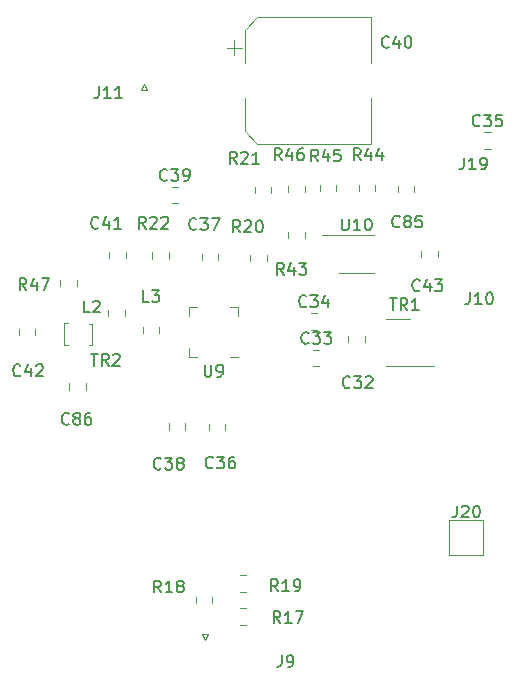
<source format=gbr>
G04 #@! TF.GenerationSoftware,KiCad,Pcbnew,5.1.5-52549c5~84~ubuntu18.04.1*
G04 #@! TF.CreationDate,2020-05-02T14:22:08+09:30*
G04 #@! TF.ProjectId,FirstMixer,46697273-744d-4697-9865-722e6b696361,rev?*
G04 #@! TF.SameCoordinates,Original*
G04 #@! TF.FileFunction,Legend,Top*
G04 #@! TF.FilePolarity,Positive*
%FSLAX46Y46*%
G04 Gerber Fmt 4.6, Leading zero omitted, Abs format (unit mm)*
G04 Created by KiCad (PCBNEW 5.1.5-52549c5~84~ubuntu18.04.1) date 2020-05-02 14:22:08*
%MOMM*%
%LPD*%
G04 APERTURE LIST*
%ADD10C,0.120000*%
%ADD11C,0.150000*%
G04 APERTURE END LIST*
D10*
X124090000Y-137586252D02*
X124090000Y-137063748D01*
X125510000Y-137586252D02*
X125510000Y-137063748D01*
X121138748Y-138190000D02*
X121661252Y-138190000D01*
X121138748Y-139610000D02*
X121661252Y-139610000D01*
X120938748Y-136510000D02*
X121461252Y-136510000D01*
X120938748Y-135090000D02*
X121461252Y-135090000D01*
X135638748Y-119790000D02*
X136161252Y-119790000D01*
X135638748Y-121210000D02*
X136161252Y-121210000D01*
X113710000Y-144986252D02*
X113710000Y-144463748D01*
X112290000Y-144986252D02*
X112290000Y-144463748D01*
X113110000Y-130636252D02*
X113110000Y-130113748D01*
X111690000Y-130636252D02*
X111690000Y-130113748D01*
X108890000Y-144961252D02*
X108890000Y-144438748D01*
X110310000Y-144961252D02*
X110310000Y-144438748D01*
X109163748Y-125810000D02*
X109686252Y-125810000D01*
X109163748Y-124390000D02*
X109686252Y-124390000D01*
X114475000Y-112015000D02*
X114475000Y-113265000D01*
X113850000Y-112640000D02*
X115100000Y-112640000D01*
X115340000Y-119695563D02*
X116404437Y-120760000D01*
X115340000Y-111104437D02*
X116404437Y-110040000D01*
X115340000Y-111104437D02*
X115340000Y-113890000D01*
X115340000Y-119695563D02*
X115340000Y-116910000D01*
X116404437Y-120760000D02*
X126060000Y-120760000D01*
X116404437Y-110040000D02*
X126060000Y-110040000D01*
X126060000Y-110040000D02*
X126060000Y-113890000D01*
X126060000Y-120760000D02*
X126060000Y-116910000D01*
X103890000Y-130436252D02*
X103890000Y-129913748D01*
X105310000Y-130436252D02*
X105310000Y-129913748D01*
X96190000Y-136438748D02*
X96190000Y-136961252D01*
X97610000Y-136438748D02*
X97610000Y-136961252D01*
X130290000Y-129838748D02*
X130290000Y-130361252D01*
X131710000Y-129838748D02*
X131710000Y-130361252D01*
X129710000Y-124338748D02*
X129710000Y-124861252D01*
X128290000Y-124338748D02*
X128290000Y-124861252D01*
X100490000Y-141063748D02*
X100490000Y-141586252D01*
X101910000Y-141063748D02*
X101910000Y-141586252D01*
X112250000Y-162300000D02*
X112000000Y-162800000D01*
X111750000Y-162300000D02*
X112250000Y-162300000D01*
X112000000Y-162800000D02*
X111750000Y-162300000D01*
X107050000Y-116210000D02*
X106800000Y-115710000D01*
X106550000Y-116210000D02*
X107050000Y-116210000D01*
X106800000Y-115710000D02*
X106550000Y-116210000D01*
X106690000Y-136761252D02*
X106690000Y-136238748D01*
X108110000Y-136761252D02*
X108110000Y-136238748D01*
X105210000Y-134813748D02*
X105210000Y-135336252D01*
X103790000Y-134813748D02*
X103790000Y-135336252D01*
X114963748Y-161510000D02*
X115486252Y-161510000D01*
X114963748Y-160090000D02*
X115486252Y-160090000D01*
X112610000Y-159138748D02*
X112610000Y-159661252D01*
X111190000Y-159138748D02*
X111190000Y-159661252D01*
X114963748Y-158710000D02*
X115486252Y-158710000D01*
X114963748Y-157290000D02*
X115486252Y-157290000D01*
X117210000Y-130686252D02*
X117210000Y-130163748D01*
X115790000Y-130686252D02*
X115790000Y-130163748D01*
X117610000Y-124413748D02*
X117610000Y-124936252D01*
X116190000Y-124413748D02*
X116190000Y-124936252D01*
X107490000Y-130486252D02*
X107490000Y-129963748D01*
X108910000Y-130486252D02*
X108910000Y-129963748D01*
X118990000Y-128263748D02*
X118990000Y-128786252D01*
X120410000Y-128263748D02*
X120410000Y-128786252D01*
X124990000Y-124786252D02*
X124990000Y-124263748D01*
X126410000Y-124786252D02*
X126410000Y-124263748D01*
X121690000Y-124263748D02*
X121690000Y-124786252D01*
X123110000Y-124263748D02*
X123110000Y-124786252D01*
X120410000Y-124338748D02*
X120410000Y-124861252D01*
X118990000Y-124338748D02*
X118990000Y-124861252D01*
X101110000Y-132313748D02*
X101110000Y-132836252D01*
X99690000Y-132313748D02*
X99690000Y-132836252D01*
X129300000Y-135585000D02*
X127270000Y-135585000D01*
X131330000Y-139615000D02*
X127270000Y-139615000D01*
X102450000Y-136000000D02*
X102150000Y-136000000D01*
X102450000Y-137800000D02*
X102450000Y-136000000D01*
X102150000Y-137800000D02*
X102450000Y-137800000D01*
X100300000Y-137800000D02*
X100350000Y-137800000D01*
X100000000Y-137800000D02*
X100300000Y-137800000D01*
X100050000Y-135950000D02*
X100000000Y-137800000D01*
X100350000Y-135950000D02*
X100050000Y-135950000D01*
X111315000Y-138810000D02*
X110590000Y-138810000D01*
X110590000Y-138810000D02*
X110590000Y-138085000D01*
X114085000Y-134590000D02*
X114810000Y-134590000D01*
X114810000Y-134590000D02*
X114810000Y-135315000D01*
X111315000Y-134590000D02*
X110590000Y-134590000D01*
X110590000Y-134590000D02*
X110590000Y-135315000D01*
X114085000Y-138810000D02*
X114810000Y-138810000D01*
X124800000Y-131710000D02*
X126300000Y-131710000D01*
X124800000Y-131710000D02*
X123300000Y-131710000D01*
X124800000Y-128490000D02*
X126300000Y-128490000D01*
X124800000Y-128490000D02*
X121925000Y-128490000D01*
X132650000Y-152650000D02*
X135550000Y-152650000D01*
X135550000Y-152650000D02*
X135550000Y-155550000D01*
X135550000Y-155550000D02*
X132650000Y-155550000D01*
X132650000Y-155550000D02*
X132650000Y-152650000D01*
D11*
X124257142Y-141357142D02*
X124209523Y-141404761D01*
X124066666Y-141452380D01*
X123971428Y-141452380D01*
X123828571Y-141404761D01*
X123733333Y-141309523D01*
X123685714Y-141214285D01*
X123638095Y-141023809D01*
X123638095Y-140880952D01*
X123685714Y-140690476D01*
X123733333Y-140595238D01*
X123828571Y-140500000D01*
X123971428Y-140452380D01*
X124066666Y-140452380D01*
X124209523Y-140500000D01*
X124257142Y-140547619D01*
X124590476Y-140452380D02*
X125209523Y-140452380D01*
X124876190Y-140833333D01*
X125019047Y-140833333D01*
X125114285Y-140880952D01*
X125161904Y-140928571D01*
X125209523Y-141023809D01*
X125209523Y-141261904D01*
X125161904Y-141357142D01*
X125114285Y-141404761D01*
X125019047Y-141452380D01*
X124733333Y-141452380D01*
X124638095Y-141404761D01*
X124590476Y-141357142D01*
X125590476Y-140547619D02*
X125638095Y-140500000D01*
X125733333Y-140452380D01*
X125971428Y-140452380D01*
X126066666Y-140500000D01*
X126114285Y-140547619D01*
X126161904Y-140642857D01*
X126161904Y-140738095D01*
X126114285Y-140880952D01*
X125542857Y-141452380D01*
X126161904Y-141452380D01*
X120757142Y-137607142D02*
X120709523Y-137654761D01*
X120566666Y-137702380D01*
X120471428Y-137702380D01*
X120328571Y-137654761D01*
X120233333Y-137559523D01*
X120185714Y-137464285D01*
X120138095Y-137273809D01*
X120138095Y-137130952D01*
X120185714Y-136940476D01*
X120233333Y-136845238D01*
X120328571Y-136750000D01*
X120471428Y-136702380D01*
X120566666Y-136702380D01*
X120709523Y-136750000D01*
X120757142Y-136797619D01*
X121090476Y-136702380D02*
X121709523Y-136702380D01*
X121376190Y-137083333D01*
X121519047Y-137083333D01*
X121614285Y-137130952D01*
X121661904Y-137178571D01*
X121709523Y-137273809D01*
X121709523Y-137511904D01*
X121661904Y-137607142D01*
X121614285Y-137654761D01*
X121519047Y-137702380D01*
X121233333Y-137702380D01*
X121138095Y-137654761D01*
X121090476Y-137607142D01*
X122042857Y-136702380D02*
X122661904Y-136702380D01*
X122328571Y-137083333D01*
X122471428Y-137083333D01*
X122566666Y-137130952D01*
X122614285Y-137178571D01*
X122661904Y-137273809D01*
X122661904Y-137511904D01*
X122614285Y-137607142D01*
X122566666Y-137654761D01*
X122471428Y-137702380D01*
X122185714Y-137702380D01*
X122090476Y-137654761D01*
X122042857Y-137607142D01*
X120557142Y-134507142D02*
X120509523Y-134554761D01*
X120366666Y-134602380D01*
X120271428Y-134602380D01*
X120128571Y-134554761D01*
X120033333Y-134459523D01*
X119985714Y-134364285D01*
X119938095Y-134173809D01*
X119938095Y-134030952D01*
X119985714Y-133840476D01*
X120033333Y-133745238D01*
X120128571Y-133650000D01*
X120271428Y-133602380D01*
X120366666Y-133602380D01*
X120509523Y-133650000D01*
X120557142Y-133697619D01*
X120890476Y-133602380D02*
X121509523Y-133602380D01*
X121176190Y-133983333D01*
X121319047Y-133983333D01*
X121414285Y-134030952D01*
X121461904Y-134078571D01*
X121509523Y-134173809D01*
X121509523Y-134411904D01*
X121461904Y-134507142D01*
X121414285Y-134554761D01*
X121319047Y-134602380D01*
X121033333Y-134602380D01*
X120938095Y-134554761D01*
X120890476Y-134507142D01*
X122366666Y-133935714D02*
X122366666Y-134602380D01*
X122128571Y-133554761D02*
X121890476Y-134269047D01*
X122509523Y-134269047D01*
X135257142Y-119207142D02*
X135209523Y-119254761D01*
X135066666Y-119302380D01*
X134971428Y-119302380D01*
X134828571Y-119254761D01*
X134733333Y-119159523D01*
X134685714Y-119064285D01*
X134638095Y-118873809D01*
X134638095Y-118730952D01*
X134685714Y-118540476D01*
X134733333Y-118445238D01*
X134828571Y-118350000D01*
X134971428Y-118302380D01*
X135066666Y-118302380D01*
X135209523Y-118350000D01*
X135257142Y-118397619D01*
X135590476Y-118302380D02*
X136209523Y-118302380D01*
X135876190Y-118683333D01*
X136019047Y-118683333D01*
X136114285Y-118730952D01*
X136161904Y-118778571D01*
X136209523Y-118873809D01*
X136209523Y-119111904D01*
X136161904Y-119207142D01*
X136114285Y-119254761D01*
X136019047Y-119302380D01*
X135733333Y-119302380D01*
X135638095Y-119254761D01*
X135590476Y-119207142D01*
X137114285Y-118302380D02*
X136638095Y-118302380D01*
X136590476Y-118778571D01*
X136638095Y-118730952D01*
X136733333Y-118683333D01*
X136971428Y-118683333D01*
X137066666Y-118730952D01*
X137114285Y-118778571D01*
X137161904Y-118873809D01*
X137161904Y-119111904D01*
X137114285Y-119207142D01*
X137066666Y-119254761D01*
X136971428Y-119302380D01*
X136733333Y-119302380D01*
X136638095Y-119254761D01*
X136590476Y-119207142D01*
X112657142Y-148157142D02*
X112609523Y-148204761D01*
X112466666Y-148252380D01*
X112371428Y-148252380D01*
X112228571Y-148204761D01*
X112133333Y-148109523D01*
X112085714Y-148014285D01*
X112038095Y-147823809D01*
X112038095Y-147680952D01*
X112085714Y-147490476D01*
X112133333Y-147395238D01*
X112228571Y-147300000D01*
X112371428Y-147252380D01*
X112466666Y-147252380D01*
X112609523Y-147300000D01*
X112657142Y-147347619D01*
X112990476Y-147252380D02*
X113609523Y-147252380D01*
X113276190Y-147633333D01*
X113419047Y-147633333D01*
X113514285Y-147680952D01*
X113561904Y-147728571D01*
X113609523Y-147823809D01*
X113609523Y-148061904D01*
X113561904Y-148157142D01*
X113514285Y-148204761D01*
X113419047Y-148252380D01*
X113133333Y-148252380D01*
X113038095Y-148204761D01*
X112990476Y-148157142D01*
X114466666Y-147252380D02*
X114276190Y-147252380D01*
X114180952Y-147300000D01*
X114133333Y-147347619D01*
X114038095Y-147490476D01*
X113990476Y-147680952D01*
X113990476Y-148061904D01*
X114038095Y-148157142D01*
X114085714Y-148204761D01*
X114180952Y-148252380D01*
X114371428Y-148252380D01*
X114466666Y-148204761D01*
X114514285Y-148157142D01*
X114561904Y-148061904D01*
X114561904Y-147823809D01*
X114514285Y-147728571D01*
X114466666Y-147680952D01*
X114371428Y-147633333D01*
X114180952Y-147633333D01*
X114085714Y-147680952D01*
X114038095Y-147728571D01*
X113990476Y-147823809D01*
X111257142Y-127957142D02*
X111209523Y-128004761D01*
X111066666Y-128052380D01*
X110971428Y-128052380D01*
X110828571Y-128004761D01*
X110733333Y-127909523D01*
X110685714Y-127814285D01*
X110638095Y-127623809D01*
X110638095Y-127480952D01*
X110685714Y-127290476D01*
X110733333Y-127195238D01*
X110828571Y-127100000D01*
X110971428Y-127052380D01*
X111066666Y-127052380D01*
X111209523Y-127100000D01*
X111257142Y-127147619D01*
X111590476Y-127052380D02*
X112209523Y-127052380D01*
X111876190Y-127433333D01*
X112019047Y-127433333D01*
X112114285Y-127480952D01*
X112161904Y-127528571D01*
X112209523Y-127623809D01*
X112209523Y-127861904D01*
X112161904Y-127957142D01*
X112114285Y-128004761D01*
X112019047Y-128052380D01*
X111733333Y-128052380D01*
X111638095Y-128004761D01*
X111590476Y-127957142D01*
X112542857Y-127052380D02*
X113209523Y-127052380D01*
X112780952Y-128052380D01*
X108257142Y-148257142D02*
X108209523Y-148304761D01*
X108066666Y-148352380D01*
X107971428Y-148352380D01*
X107828571Y-148304761D01*
X107733333Y-148209523D01*
X107685714Y-148114285D01*
X107638095Y-147923809D01*
X107638095Y-147780952D01*
X107685714Y-147590476D01*
X107733333Y-147495238D01*
X107828571Y-147400000D01*
X107971428Y-147352380D01*
X108066666Y-147352380D01*
X108209523Y-147400000D01*
X108257142Y-147447619D01*
X108590476Y-147352380D02*
X109209523Y-147352380D01*
X108876190Y-147733333D01*
X109019047Y-147733333D01*
X109114285Y-147780952D01*
X109161904Y-147828571D01*
X109209523Y-147923809D01*
X109209523Y-148161904D01*
X109161904Y-148257142D01*
X109114285Y-148304761D01*
X109019047Y-148352380D01*
X108733333Y-148352380D01*
X108638095Y-148304761D01*
X108590476Y-148257142D01*
X109780952Y-147780952D02*
X109685714Y-147733333D01*
X109638095Y-147685714D01*
X109590476Y-147590476D01*
X109590476Y-147542857D01*
X109638095Y-147447619D01*
X109685714Y-147400000D01*
X109780952Y-147352380D01*
X109971428Y-147352380D01*
X110066666Y-147400000D01*
X110114285Y-147447619D01*
X110161904Y-147542857D01*
X110161904Y-147590476D01*
X110114285Y-147685714D01*
X110066666Y-147733333D01*
X109971428Y-147780952D01*
X109780952Y-147780952D01*
X109685714Y-147828571D01*
X109638095Y-147876190D01*
X109590476Y-147971428D01*
X109590476Y-148161904D01*
X109638095Y-148257142D01*
X109685714Y-148304761D01*
X109780952Y-148352380D01*
X109971428Y-148352380D01*
X110066666Y-148304761D01*
X110114285Y-148257142D01*
X110161904Y-148161904D01*
X110161904Y-147971428D01*
X110114285Y-147876190D01*
X110066666Y-147828571D01*
X109971428Y-147780952D01*
X108782142Y-123807142D02*
X108734523Y-123854761D01*
X108591666Y-123902380D01*
X108496428Y-123902380D01*
X108353571Y-123854761D01*
X108258333Y-123759523D01*
X108210714Y-123664285D01*
X108163095Y-123473809D01*
X108163095Y-123330952D01*
X108210714Y-123140476D01*
X108258333Y-123045238D01*
X108353571Y-122950000D01*
X108496428Y-122902380D01*
X108591666Y-122902380D01*
X108734523Y-122950000D01*
X108782142Y-122997619D01*
X109115476Y-122902380D02*
X109734523Y-122902380D01*
X109401190Y-123283333D01*
X109544047Y-123283333D01*
X109639285Y-123330952D01*
X109686904Y-123378571D01*
X109734523Y-123473809D01*
X109734523Y-123711904D01*
X109686904Y-123807142D01*
X109639285Y-123854761D01*
X109544047Y-123902380D01*
X109258333Y-123902380D01*
X109163095Y-123854761D01*
X109115476Y-123807142D01*
X110210714Y-123902380D02*
X110401190Y-123902380D01*
X110496428Y-123854761D01*
X110544047Y-123807142D01*
X110639285Y-123664285D01*
X110686904Y-123473809D01*
X110686904Y-123092857D01*
X110639285Y-122997619D01*
X110591666Y-122950000D01*
X110496428Y-122902380D01*
X110305952Y-122902380D01*
X110210714Y-122950000D01*
X110163095Y-122997619D01*
X110115476Y-123092857D01*
X110115476Y-123330952D01*
X110163095Y-123426190D01*
X110210714Y-123473809D01*
X110305952Y-123521428D01*
X110496428Y-123521428D01*
X110591666Y-123473809D01*
X110639285Y-123426190D01*
X110686904Y-123330952D01*
X127557142Y-112557142D02*
X127509523Y-112604761D01*
X127366666Y-112652380D01*
X127271428Y-112652380D01*
X127128571Y-112604761D01*
X127033333Y-112509523D01*
X126985714Y-112414285D01*
X126938095Y-112223809D01*
X126938095Y-112080952D01*
X126985714Y-111890476D01*
X127033333Y-111795238D01*
X127128571Y-111700000D01*
X127271428Y-111652380D01*
X127366666Y-111652380D01*
X127509523Y-111700000D01*
X127557142Y-111747619D01*
X128414285Y-111985714D02*
X128414285Y-112652380D01*
X128176190Y-111604761D02*
X127938095Y-112319047D01*
X128557142Y-112319047D01*
X129128571Y-111652380D02*
X129223809Y-111652380D01*
X129319047Y-111700000D01*
X129366666Y-111747619D01*
X129414285Y-111842857D01*
X129461904Y-112033333D01*
X129461904Y-112271428D01*
X129414285Y-112461904D01*
X129366666Y-112557142D01*
X129319047Y-112604761D01*
X129223809Y-112652380D01*
X129128571Y-112652380D01*
X129033333Y-112604761D01*
X128985714Y-112557142D01*
X128938095Y-112461904D01*
X128890476Y-112271428D01*
X128890476Y-112033333D01*
X128938095Y-111842857D01*
X128985714Y-111747619D01*
X129033333Y-111700000D01*
X129128571Y-111652380D01*
X102957142Y-127857142D02*
X102909523Y-127904761D01*
X102766666Y-127952380D01*
X102671428Y-127952380D01*
X102528571Y-127904761D01*
X102433333Y-127809523D01*
X102385714Y-127714285D01*
X102338095Y-127523809D01*
X102338095Y-127380952D01*
X102385714Y-127190476D01*
X102433333Y-127095238D01*
X102528571Y-127000000D01*
X102671428Y-126952380D01*
X102766666Y-126952380D01*
X102909523Y-127000000D01*
X102957142Y-127047619D01*
X103814285Y-127285714D02*
X103814285Y-127952380D01*
X103576190Y-126904761D02*
X103338095Y-127619047D01*
X103957142Y-127619047D01*
X104861904Y-127952380D02*
X104290476Y-127952380D01*
X104576190Y-127952380D02*
X104576190Y-126952380D01*
X104480952Y-127095238D01*
X104385714Y-127190476D01*
X104290476Y-127238095D01*
X96357142Y-140357142D02*
X96309523Y-140404761D01*
X96166666Y-140452380D01*
X96071428Y-140452380D01*
X95928571Y-140404761D01*
X95833333Y-140309523D01*
X95785714Y-140214285D01*
X95738095Y-140023809D01*
X95738095Y-139880952D01*
X95785714Y-139690476D01*
X95833333Y-139595238D01*
X95928571Y-139500000D01*
X96071428Y-139452380D01*
X96166666Y-139452380D01*
X96309523Y-139500000D01*
X96357142Y-139547619D01*
X97214285Y-139785714D02*
X97214285Y-140452380D01*
X96976190Y-139404761D02*
X96738095Y-140119047D01*
X97357142Y-140119047D01*
X97690476Y-139547619D02*
X97738095Y-139500000D01*
X97833333Y-139452380D01*
X98071428Y-139452380D01*
X98166666Y-139500000D01*
X98214285Y-139547619D01*
X98261904Y-139642857D01*
X98261904Y-139738095D01*
X98214285Y-139880952D01*
X97642857Y-140452380D01*
X98261904Y-140452380D01*
X130157142Y-133157142D02*
X130109523Y-133204761D01*
X129966666Y-133252380D01*
X129871428Y-133252380D01*
X129728571Y-133204761D01*
X129633333Y-133109523D01*
X129585714Y-133014285D01*
X129538095Y-132823809D01*
X129538095Y-132680952D01*
X129585714Y-132490476D01*
X129633333Y-132395238D01*
X129728571Y-132300000D01*
X129871428Y-132252380D01*
X129966666Y-132252380D01*
X130109523Y-132300000D01*
X130157142Y-132347619D01*
X131014285Y-132585714D02*
X131014285Y-133252380D01*
X130776190Y-132204761D02*
X130538095Y-132919047D01*
X131157142Y-132919047D01*
X131442857Y-132252380D02*
X132061904Y-132252380D01*
X131728571Y-132633333D01*
X131871428Y-132633333D01*
X131966666Y-132680952D01*
X132014285Y-132728571D01*
X132061904Y-132823809D01*
X132061904Y-133061904D01*
X132014285Y-133157142D01*
X131966666Y-133204761D01*
X131871428Y-133252380D01*
X131585714Y-133252380D01*
X131490476Y-133204761D01*
X131442857Y-133157142D01*
X128457142Y-127757142D02*
X128409523Y-127804761D01*
X128266666Y-127852380D01*
X128171428Y-127852380D01*
X128028571Y-127804761D01*
X127933333Y-127709523D01*
X127885714Y-127614285D01*
X127838095Y-127423809D01*
X127838095Y-127280952D01*
X127885714Y-127090476D01*
X127933333Y-126995238D01*
X128028571Y-126900000D01*
X128171428Y-126852380D01*
X128266666Y-126852380D01*
X128409523Y-126900000D01*
X128457142Y-126947619D01*
X129028571Y-127280952D02*
X128933333Y-127233333D01*
X128885714Y-127185714D01*
X128838095Y-127090476D01*
X128838095Y-127042857D01*
X128885714Y-126947619D01*
X128933333Y-126900000D01*
X129028571Y-126852380D01*
X129219047Y-126852380D01*
X129314285Y-126900000D01*
X129361904Y-126947619D01*
X129409523Y-127042857D01*
X129409523Y-127090476D01*
X129361904Y-127185714D01*
X129314285Y-127233333D01*
X129219047Y-127280952D01*
X129028571Y-127280952D01*
X128933333Y-127328571D01*
X128885714Y-127376190D01*
X128838095Y-127471428D01*
X128838095Y-127661904D01*
X128885714Y-127757142D01*
X128933333Y-127804761D01*
X129028571Y-127852380D01*
X129219047Y-127852380D01*
X129314285Y-127804761D01*
X129361904Y-127757142D01*
X129409523Y-127661904D01*
X129409523Y-127471428D01*
X129361904Y-127376190D01*
X129314285Y-127328571D01*
X129219047Y-127280952D01*
X130314285Y-126852380D02*
X129838095Y-126852380D01*
X129790476Y-127328571D01*
X129838095Y-127280952D01*
X129933333Y-127233333D01*
X130171428Y-127233333D01*
X130266666Y-127280952D01*
X130314285Y-127328571D01*
X130361904Y-127423809D01*
X130361904Y-127661904D01*
X130314285Y-127757142D01*
X130266666Y-127804761D01*
X130171428Y-127852380D01*
X129933333Y-127852380D01*
X129838095Y-127804761D01*
X129790476Y-127757142D01*
X100457142Y-144457142D02*
X100409523Y-144504761D01*
X100266666Y-144552380D01*
X100171428Y-144552380D01*
X100028571Y-144504761D01*
X99933333Y-144409523D01*
X99885714Y-144314285D01*
X99838095Y-144123809D01*
X99838095Y-143980952D01*
X99885714Y-143790476D01*
X99933333Y-143695238D01*
X100028571Y-143600000D01*
X100171428Y-143552380D01*
X100266666Y-143552380D01*
X100409523Y-143600000D01*
X100457142Y-143647619D01*
X101028571Y-143980952D02*
X100933333Y-143933333D01*
X100885714Y-143885714D01*
X100838095Y-143790476D01*
X100838095Y-143742857D01*
X100885714Y-143647619D01*
X100933333Y-143600000D01*
X101028571Y-143552380D01*
X101219047Y-143552380D01*
X101314285Y-143600000D01*
X101361904Y-143647619D01*
X101409523Y-143742857D01*
X101409523Y-143790476D01*
X101361904Y-143885714D01*
X101314285Y-143933333D01*
X101219047Y-143980952D01*
X101028571Y-143980952D01*
X100933333Y-144028571D01*
X100885714Y-144076190D01*
X100838095Y-144171428D01*
X100838095Y-144361904D01*
X100885714Y-144457142D01*
X100933333Y-144504761D01*
X101028571Y-144552380D01*
X101219047Y-144552380D01*
X101314285Y-144504761D01*
X101361904Y-144457142D01*
X101409523Y-144361904D01*
X101409523Y-144171428D01*
X101361904Y-144076190D01*
X101314285Y-144028571D01*
X101219047Y-143980952D01*
X102266666Y-143552380D02*
X102076190Y-143552380D01*
X101980952Y-143600000D01*
X101933333Y-143647619D01*
X101838095Y-143790476D01*
X101790476Y-143980952D01*
X101790476Y-144361904D01*
X101838095Y-144457142D01*
X101885714Y-144504761D01*
X101980952Y-144552380D01*
X102171428Y-144552380D01*
X102266666Y-144504761D01*
X102314285Y-144457142D01*
X102361904Y-144361904D01*
X102361904Y-144123809D01*
X102314285Y-144028571D01*
X102266666Y-143980952D01*
X102171428Y-143933333D01*
X101980952Y-143933333D01*
X101885714Y-143980952D01*
X101838095Y-144028571D01*
X101790476Y-144123809D01*
X118466666Y-164052380D02*
X118466666Y-164766666D01*
X118419047Y-164909523D01*
X118323809Y-165004761D01*
X118180952Y-165052380D01*
X118085714Y-165052380D01*
X118990476Y-165052380D02*
X119180952Y-165052380D01*
X119276190Y-165004761D01*
X119323809Y-164957142D01*
X119419047Y-164814285D01*
X119466666Y-164623809D01*
X119466666Y-164242857D01*
X119419047Y-164147619D01*
X119371428Y-164100000D01*
X119276190Y-164052380D01*
X119085714Y-164052380D01*
X118990476Y-164100000D01*
X118942857Y-164147619D01*
X118895238Y-164242857D01*
X118895238Y-164480952D01*
X118942857Y-164576190D01*
X118990476Y-164623809D01*
X119085714Y-164671428D01*
X119276190Y-164671428D01*
X119371428Y-164623809D01*
X119419047Y-164576190D01*
X119466666Y-164480952D01*
X102990476Y-115912380D02*
X102990476Y-116626666D01*
X102942857Y-116769523D01*
X102847619Y-116864761D01*
X102704761Y-116912380D01*
X102609523Y-116912380D01*
X103990476Y-116912380D02*
X103419047Y-116912380D01*
X103704761Y-116912380D02*
X103704761Y-115912380D01*
X103609523Y-116055238D01*
X103514285Y-116150476D01*
X103419047Y-116198095D01*
X104942857Y-116912380D02*
X104371428Y-116912380D01*
X104657142Y-116912380D02*
X104657142Y-115912380D01*
X104561904Y-116055238D01*
X104466666Y-116150476D01*
X104371428Y-116198095D01*
X102233333Y-135052380D02*
X101757142Y-135052380D01*
X101757142Y-134052380D01*
X102519047Y-134147619D02*
X102566666Y-134100000D01*
X102661904Y-134052380D01*
X102900000Y-134052380D01*
X102995238Y-134100000D01*
X103042857Y-134147619D01*
X103090476Y-134242857D01*
X103090476Y-134338095D01*
X103042857Y-134480952D01*
X102471428Y-135052380D01*
X103090476Y-135052380D01*
X107233333Y-134152380D02*
X106757142Y-134152380D01*
X106757142Y-133152380D01*
X107471428Y-133152380D02*
X108090476Y-133152380D01*
X107757142Y-133533333D01*
X107900000Y-133533333D01*
X107995238Y-133580952D01*
X108042857Y-133628571D01*
X108090476Y-133723809D01*
X108090476Y-133961904D01*
X108042857Y-134057142D01*
X107995238Y-134104761D01*
X107900000Y-134152380D01*
X107614285Y-134152380D01*
X107519047Y-134104761D01*
X107471428Y-134057142D01*
X118357142Y-161352380D02*
X118023809Y-160876190D01*
X117785714Y-161352380D02*
X117785714Y-160352380D01*
X118166666Y-160352380D01*
X118261904Y-160400000D01*
X118309523Y-160447619D01*
X118357142Y-160542857D01*
X118357142Y-160685714D01*
X118309523Y-160780952D01*
X118261904Y-160828571D01*
X118166666Y-160876190D01*
X117785714Y-160876190D01*
X119309523Y-161352380D02*
X118738095Y-161352380D01*
X119023809Y-161352380D02*
X119023809Y-160352380D01*
X118928571Y-160495238D01*
X118833333Y-160590476D01*
X118738095Y-160638095D01*
X119642857Y-160352380D02*
X120309523Y-160352380D01*
X119880952Y-161352380D01*
X108257142Y-158752380D02*
X107923809Y-158276190D01*
X107685714Y-158752380D02*
X107685714Y-157752380D01*
X108066666Y-157752380D01*
X108161904Y-157800000D01*
X108209523Y-157847619D01*
X108257142Y-157942857D01*
X108257142Y-158085714D01*
X108209523Y-158180952D01*
X108161904Y-158228571D01*
X108066666Y-158276190D01*
X107685714Y-158276190D01*
X109209523Y-158752380D02*
X108638095Y-158752380D01*
X108923809Y-158752380D02*
X108923809Y-157752380D01*
X108828571Y-157895238D01*
X108733333Y-157990476D01*
X108638095Y-158038095D01*
X109780952Y-158180952D02*
X109685714Y-158133333D01*
X109638095Y-158085714D01*
X109590476Y-157990476D01*
X109590476Y-157942857D01*
X109638095Y-157847619D01*
X109685714Y-157800000D01*
X109780952Y-157752380D01*
X109971428Y-157752380D01*
X110066666Y-157800000D01*
X110114285Y-157847619D01*
X110161904Y-157942857D01*
X110161904Y-157990476D01*
X110114285Y-158085714D01*
X110066666Y-158133333D01*
X109971428Y-158180952D01*
X109780952Y-158180952D01*
X109685714Y-158228571D01*
X109638095Y-158276190D01*
X109590476Y-158371428D01*
X109590476Y-158561904D01*
X109638095Y-158657142D01*
X109685714Y-158704761D01*
X109780952Y-158752380D01*
X109971428Y-158752380D01*
X110066666Y-158704761D01*
X110114285Y-158657142D01*
X110161904Y-158561904D01*
X110161904Y-158371428D01*
X110114285Y-158276190D01*
X110066666Y-158228571D01*
X109971428Y-158180952D01*
X118157142Y-158652380D02*
X117823809Y-158176190D01*
X117585714Y-158652380D02*
X117585714Y-157652380D01*
X117966666Y-157652380D01*
X118061904Y-157700000D01*
X118109523Y-157747619D01*
X118157142Y-157842857D01*
X118157142Y-157985714D01*
X118109523Y-158080952D01*
X118061904Y-158128571D01*
X117966666Y-158176190D01*
X117585714Y-158176190D01*
X119109523Y-158652380D02*
X118538095Y-158652380D01*
X118823809Y-158652380D02*
X118823809Y-157652380D01*
X118728571Y-157795238D01*
X118633333Y-157890476D01*
X118538095Y-157938095D01*
X119585714Y-158652380D02*
X119776190Y-158652380D01*
X119871428Y-158604761D01*
X119919047Y-158557142D01*
X120014285Y-158414285D01*
X120061904Y-158223809D01*
X120061904Y-157842857D01*
X120014285Y-157747619D01*
X119966666Y-157700000D01*
X119871428Y-157652380D01*
X119680952Y-157652380D01*
X119585714Y-157700000D01*
X119538095Y-157747619D01*
X119490476Y-157842857D01*
X119490476Y-158080952D01*
X119538095Y-158176190D01*
X119585714Y-158223809D01*
X119680952Y-158271428D01*
X119871428Y-158271428D01*
X119966666Y-158223809D01*
X120014285Y-158176190D01*
X120061904Y-158080952D01*
X114957142Y-128252380D02*
X114623809Y-127776190D01*
X114385714Y-128252380D02*
X114385714Y-127252380D01*
X114766666Y-127252380D01*
X114861904Y-127300000D01*
X114909523Y-127347619D01*
X114957142Y-127442857D01*
X114957142Y-127585714D01*
X114909523Y-127680952D01*
X114861904Y-127728571D01*
X114766666Y-127776190D01*
X114385714Y-127776190D01*
X115338095Y-127347619D02*
X115385714Y-127300000D01*
X115480952Y-127252380D01*
X115719047Y-127252380D01*
X115814285Y-127300000D01*
X115861904Y-127347619D01*
X115909523Y-127442857D01*
X115909523Y-127538095D01*
X115861904Y-127680952D01*
X115290476Y-128252380D01*
X115909523Y-128252380D01*
X116528571Y-127252380D02*
X116623809Y-127252380D01*
X116719047Y-127300000D01*
X116766666Y-127347619D01*
X116814285Y-127442857D01*
X116861904Y-127633333D01*
X116861904Y-127871428D01*
X116814285Y-128061904D01*
X116766666Y-128157142D01*
X116719047Y-128204761D01*
X116623809Y-128252380D01*
X116528571Y-128252380D01*
X116433333Y-128204761D01*
X116385714Y-128157142D01*
X116338095Y-128061904D01*
X116290476Y-127871428D01*
X116290476Y-127633333D01*
X116338095Y-127442857D01*
X116385714Y-127347619D01*
X116433333Y-127300000D01*
X116528571Y-127252380D01*
X114657142Y-122452380D02*
X114323809Y-121976190D01*
X114085714Y-122452380D02*
X114085714Y-121452380D01*
X114466666Y-121452380D01*
X114561904Y-121500000D01*
X114609523Y-121547619D01*
X114657142Y-121642857D01*
X114657142Y-121785714D01*
X114609523Y-121880952D01*
X114561904Y-121928571D01*
X114466666Y-121976190D01*
X114085714Y-121976190D01*
X115038095Y-121547619D02*
X115085714Y-121500000D01*
X115180952Y-121452380D01*
X115419047Y-121452380D01*
X115514285Y-121500000D01*
X115561904Y-121547619D01*
X115609523Y-121642857D01*
X115609523Y-121738095D01*
X115561904Y-121880952D01*
X114990476Y-122452380D01*
X115609523Y-122452380D01*
X116561904Y-122452380D02*
X115990476Y-122452380D01*
X116276190Y-122452380D02*
X116276190Y-121452380D01*
X116180952Y-121595238D01*
X116085714Y-121690476D01*
X115990476Y-121738095D01*
X106957142Y-127952380D02*
X106623809Y-127476190D01*
X106385714Y-127952380D02*
X106385714Y-126952380D01*
X106766666Y-126952380D01*
X106861904Y-127000000D01*
X106909523Y-127047619D01*
X106957142Y-127142857D01*
X106957142Y-127285714D01*
X106909523Y-127380952D01*
X106861904Y-127428571D01*
X106766666Y-127476190D01*
X106385714Y-127476190D01*
X107338095Y-127047619D02*
X107385714Y-127000000D01*
X107480952Y-126952380D01*
X107719047Y-126952380D01*
X107814285Y-127000000D01*
X107861904Y-127047619D01*
X107909523Y-127142857D01*
X107909523Y-127238095D01*
X107861904Y-127380952D01*
X107290476Y-127952380D01*
X107909523Y-127952380D01*
X108290476Y-127047619D02*
X108338095Y-127000000D01*
X108433333Y-126952380D01*
X108671428Y-126952380D01*
X108766666Y-127000000D01*
X108814285Y-127047619D01*
X108861904Y-127142857D01*
X108861904Y-127238095D01*
X108814285Y-127380952D01*
X108242857Y-127952380D01*
X108861904Y-127952380D01*
X118657142Y-131852380D02*
X118323809Y-131376190D01*
X118085714Y-131852380D02*
X118085714Y-130852380D01*
X118466666Y-130852380D01*
X118561904Y-130900000D01*
X118609523Y-130947619D01*
X118657142Y-131042857D01*
X118657142Y-131185714D01*
X118609523Y-131280952D01*
X118561904Y-131328571D01*
X118466666Y-131376190D01*
X118085714Y-131376190D01*
X119514285Y-131185714D02*
X119514285Y-131852380D01*
X119276190Y-130804761D02*
X119038095Y-131519047D01*
X119657142Y-131519047D01*
X119942857Y-130852380D02*
X120561904Y-130852380D01*
X120228571Y-131233333D01*
X120371428Y-131233333D01*
X120466666Y-131280952D01*
X120514285Y-131328571D01*
X120561904Y-131423809D01*
X120561904Y-131661904D01*
X120514285Y-131757142D01*
X120466666Y-131804761D01*
X120371428Y-131852380D01*
X120085714Y-131852380D01*
X119990476Y-131804761D01*
X119942857Y-131757142D01*
X125157142Y-122152380D02*
X124823809Y-121676190D01*
X124585714Y-122152380D02*
X124585714Y-121152380D01*
X124966666Y-121152380D01*
X125061904Y-121200000D01*
X125109523Y-121247619D01*
X125157142Y-121342857D01*
X125157142Y-121485714D01*
X125109523Y-121580952D01*
X125061904Y-121628571D01*
X124966666Y-121676190D01*
X124585714Y-121676190D01*
X126014285Y-121485714D02*
X126014285Y-122152380D01*
X125776190Y-121104761D02*
X125538095Y-121819047D01*
X126157142Y-121819047D01*
X126966666Y-121485714D02*
X126966666Y-122152380D01*
X126728571Y-121104761D02*
X126490476Y-121819047D01*
X127109523Y-121819047D01*
X121557142Y-122252380D02*
X121223809Y-121776190D01*
X120985714Y-122252380D02*
X120985714Y-121252380D01*
X121366666Y-121252380D01*
X121461904Y-121300000D01*
X121509523Y-121347619D01*
X121557142Y-121442857D01*
X121557142Y-121585714D01*
X121509523Y-121680952D01*
X121461904Y-121728571D01*
X121366666Y-121776190D01*
X120985714Y-121776190D01*
X122414285Y-121585714D02*
X122414285Y-122252380D01*
X122176190Y-121204761D02*
X121938095Y-121919047D01*
X122557142Y-121919047D01*
X123414285Y-121252380D02*
X122938095Y-121252380D01*
X122890476Y-121728571D01*
X122938095Y-121680952D01*
X123033333Y-121633333D01*
X123271428Y-121633333D01*
X123366666Y-121680952D01*
X123414285Y-121728571D01*
X123461904Y-121823809D01*
X123461904Y-122061904D01*
X123414285Y-122157142D01*
X123366666Y-122204761D01*
X123271428Y-122252380D01*
X123033333Y-122252380D01*
X122938095Y-122204761D01*
X122890476Y-122157142D01*
X118457142Y-122152380D02*
X118123809Y-121676190D01*
X117885714Y-122152380D02*
X117885714Y-121152380D01*
X118266666Y-121152380D01*
X118361904Y-121200000D01*
X118409523Y-121247619D01*
X118457142Y-121342857D01*
X118457142Y-121485714D01*
X118409523Y-121580952D01*
X118361904Y-121628571D01*
X118266666Y-121676190D01*
X117885714Y-121676190D01*
X119314285Y-121485714D02*
X119314285Y-122152380D01*
X119076190Y-121104761D02*
X118838095Y-121819047D01*
X119457142Y-121819047D01*
X120266666Y-121152380D02*
X120076190Y-121152380D01*
X119980952Y-121200000D01*
X119933333Y-121247619D01*
X119838095Y-121390476D01*
X119790476Y-121580952D01*
X119790476Y-121961904D01*
X119838095Y-122057142D01*
X119885714Y-122104761D01*
X119980952Y-122152380D01*
X120171428Y-122152380D01*
X120266666Y-122104761D01*
X120314285Y-122057142D01*
X120361904Y-121961904D01*
X120361904Y-121723809D01*
X120314285Y-121628571D01*
X120266666Y-121580952D01*
X120171428Y-121533333D01*
X119980952Y-121533333D01*
X119885714Y-121580952D01*
X119838095Y-121628571D01*
X119790476Y-121723809D01*
X96857142Y-133152380D02*
X96523809Y-132676190D01*
X96285714Y-133152380D02*
X96285714Y-132152380D01*
X96666666Y-132152380D01*
X96761904Y-132200000D01*
X96809523Y-132247619D01*
X96857142Y-132342857D01*
X96857142Y-132485714D01*
X96809523Y-132580952D01*
X96761904Y-132628571D01*
X96666666Y-132676190D01*
X96285714Y-132676190D01*
X97714285Y-132485714D02*
X97714285Y-133152380D01*
X97476190Y-132104761D02*
X97238095Y-132819047D01*
X97857142Y-132819047D01*
X98142857Y-132152380D02*
X98809523Y-132152380D01*
X98380952Y-133152380D01*
X127638095Y-133852380D02*
X128209523Y-133852380D01*
X127923809Y-134852380D02*
X127923809Y-133852380D01*
X129114285Y-134852380D02*
X128780952Y-134376190D01*
X128542857Y-134852380D02*
X128542857Y-133852380D01*
X128923809Y-133852380D01*
X129019047Y-133900000D01*
X129066666Y-133947619D01*
X129114285Y-134042857D01*
X129114285Y-134185714D01*
X129066666Y-134280952D01*
X129019047Y-134328571D01*
X128923809Y-134376190D01*
X128542857Y-134376190D01*
X130066666Y-134852380D02*
X129495238Y-134852380D01*
X129780952Y-134852380D02*
X129780952Y-133852380D01*
X129685714Y-133995238D01*
X129590476Y-134090476D01*
X129495238Y-134138095D01*
X102338095Y-138552380D02*
X102909523Y-138552380D01*
X102623809Y-139552380D02*
X102623809Y-138552380D01*
X103814285Y-139552380D02*
X103480952Y-139076190D01*
X103242857Y-139552380D02*
X103242857Y-138552380D01*
X103623809Y-138552380D01*
X103719047Y-138600000D01*
X103766666Y-138647619D01*
X103814285Y-138742857D01*
X103814285Y-138885714D01*
X103766666Y-138980952D01*
X103719047Y-139028571D01*
X103623809Y-139076190D01*
X103242857Y-139076190D01*
X104195238Y-138647619D02*
X104242857Y-138600000D01*
X104338095Y-138552380D01*
X104576190Y-138552380D01*
X104671428Y-138600000D01*
X104719047Y-138647619D01*
X104766666Y-138742857D01*
X104766666Y-138838095D01*
X104719047Y-138980952D01*
X104147619Y-139552380D01*
X104766666Y-139552380D01*
X111938095Y-139472380D02*
X111938095Y-140281904D01*
X111985714Y-140377142D01*
X112033333Y-140424761D01*
X112128571Y-140472380D01*
X112319047Y-140472380D01*
X112414285Y-140424761D01*
X112461904Y-140377142D01*
X112509523Y-140281904D01*
X112509523Y-139472380D01*
X113033333Y-140472380D02*
X113223809Y-140472380D01*
X113319047Y-140424761D01*
X113366666Y-140377142D01*
X113461904Y-140234285D01*
X113509523Y-140043809D01*
X113509523Y-139662857D01*
X113461904Y-139567619D01*
X113414285Y-139520000D01*
X113319047Y-139472380D01*
X113128571Y-139472380D01*
X113033333Y-139520000D01*
X112985714Y-139567619D01*
X112938095Y-139662857D01*
X112938095Y-139900952D01*
X112985714Y-139996190D01*
X113033333Y-140043809D01*
X113128571Y-140091428D01*
X113319047Y-140091428D01*
X113414285Y-140043809D01*
X113461904Y-139996190D01*
X113509523Y-139900952D01*
X123561904Y-127102380D02*
X123561904Y-127911904D01*
X123609523Y-128007142D01*
X123657142Y-128054761D01*
X123752380Y-128102380D01*
X123942857Y-128102380D01*
X124038095Y-128054761D01*
X124085714Y-128007142D01*
X124133333Y-127911904D01*
X124133333Y-127102380D01*
X125133333Y-128102380D02*
X124561904Y-128102380D01*
X124847619Y-128102380D02*
X124847619Y-127102380D01*
X124752380Y-127245238D01*
X124657142Y-127340476D01*
X124561904Y-127388095D01*
X125752380Y-127102380D02*
X125847619Y-127102380D01*
X125942857Y-127150000D01*
X125990476Y-127197619D01*
X126038095Y-127292857D01*
X126085714Y-127483333D01*
X126085714Y-127721428D01*
X126038095Y-127911904D01*
X125990476Y-128007142D01*
X125942857Y-128054761D01*
X125847619Y-128102380D01*
X125752380Y-128102380D01*
X125657142Y-128054761D01*
X125609523Y-128007142D01*
X125561904Y-127911904D01*
X125514285Y-127721428D01*
X125514285Y-127483333D01*
X125561904Y-127292857D01*
X125609523Y-127197619D01*
X125657142Y-127150000D01*
X125752380Y-127102380D01*
X134390476Y-133342380D02*
X134390476Y-134056666D01*
X134342857Y-134199523D01*
X134247619Y-134294761D01*
X134104761Y-134342380D01*
X134009523Y-134342380D01*
X135390476Y-134342380D02*
X134819047Y-134342380D01*
X135104761Y-134342380D02*
X135104761Y-133342380D01*
X135009523Y-133485238D01*
X134914285Y-133580476D01*
X134819047Y-133628095D01*
X136009523Y-133342380D02*
X136104761Y-133342380D01*
X136200000Y-133390000D01*
X136247619Y-133437619D01*
X136295238Y-133532857D01*
X136342857Y-133723333D01*
X136342857Y-133961428D01*
X136295238Y-134151904D01*
X136247619Y-134247142D01*
X136200000Y-134294761D01*
X136104761Y-134342380D01*
X136009523Y-134342380D01*
X135914285Y-134294761D01*
X135866666Y-134247142D01*
X135819047Y-134151904D01*
X135771428Y-133961428D01*
X135771428Y-133723333D01*
X135819047Y-133532857D01*
X135866666Y-133437619D01*
X135914285Y-133390000D01*
X136009523Y-133342380D01*
X133890476Y-121942380D02*
X133890476Y-122656666D01*
X133842857Y-122799523D01*
X133747619Y-122894761D01*
X133604761Y-122942380D01*
X133509523Y-122942380D01*
X134890476Y-122942380D02*
X134319047Y-122942380D01*
X134604761Y-122942380D02*
X134604761Y-121942380D01*
X134509523Y-122085238D01*
X134414285Y-122180476D01*
X134319047Y-122228095D01*
X135366666Y-122942380D02*
X135557142Y-122942380D01*
X135652380Y-122894761D01*
X135700000Y-122847142D01*
X135795238Y-122704285D01*
X135842857Y-122513809D01*
X135842857Y-122132857D01*
X135795238Y-122037619D01*
X135747619Y-121990000D01*
X135652380Y-121942380D01*
X135461904Y-121942380D01*
X135366666Y-121990000D01*
X135319047Y-122037619D01*
X135271428Y-122132857D01*
X135271428Y-122370952D01*
X135319047Y-122466190D01*
X135366666Y-122513809D01*
X135461904Y-122561428D01*
X135652380Y-122561428D01*
X135747619Y-122513809D01*
X135795238Y-122466190D01*
X135842857Y-122370952D01*
X133290476Y-151404380D02*
X133290476Y-152118666D01*
X133242857Y-152261523D01*
X133147619Y-152356761D01*
X133004761Y-152404380D01*
X132909523Y-152404380D01*
X133719047Y-151499619D02*
X133766666Y-151452000D01*
X133861904Y-151404380D01*
X134100000Y-151404380D01*
X134195238Y-151452000D01*
X134242857Y-151499619D01*
X134290476Y-151594857D01*
X134290476Y-151690095D01*
X134242857Y-151832952D01*
X133671428Y-152404380D01*
X134290476Y-152404380D01*
X134909523Y-151404380D02*
X135004761Y-151404380D01*
X135100000Y-151452000D01*
X135147619Y-151499619D01*
X135195238Y-151594857D01*
X135242857Y-151785333D01*
X135242857Y-152023428D01*
X135195238Y-152213904D01*
X135147619Y-152309142D01*
X135100000Y-152356761D01*
X135004761Y-152404380D01*
X134909523Y-152404380D01*
X134814285Y-152356761D01*
X134766666Y-152309142D01*
X134719047Y-152213904D01*
X134671428Y-152023428D01*
X134671428Y-151785333D01*
X134719047Y-151594857D01*
X134766666Y-151499619D01*
X134814285Y-151452000D01*
X134909523Y-151404380D01*
M02*

</source>
